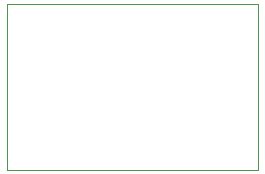
<source format=gbr>
G04 #@! TF.GenerationSoftware,KiCad,Pcbnew,8.0.5*
G04 #@! TF.CreationDate,2024-09-09T15:46:43-04:00*
G04 #@! TF.ProjectId,pi_max31328,70695f6d-6178-4333-9133-32382e6b6963,rev?*
G04 #@! TF.SameCoordinates,Original*
G04 #@! TF.FileFunction,Profile,NP*
%FSLAX46Y46*%
G04 Gerber Fmt 4.6, Leading zero omitted, Abs format (unit mm)*
G04 Created by KiCad (PCBNEW 8.0.5) date 2024-09-09 15:46:43*
%MOMM*%
%LPD*%
G01*
G04 APERTURE LIST*
G04 #@! TA.AperFunction,Profile*
%ADD10C,0.050000*%
G04 #@! TD*
G04 APERTURE END LIST*
D10*
X19500000Y-20000000D02*
X37300000Y-20000000D01*
X16000000Y-34000000D02*
X16000000Y-20000000D01*
X16000000Y-20000000D02*
X19500000Y-20000000D01*
X16000000Y-34000000D02*
X19500000Y-34000000D01*
X37300000Y-20000000D02*
X37300000Y-34000000D01*
X37300000Y-34000000D02*
X19500000Y-34000000D01*
M02*

</source>
